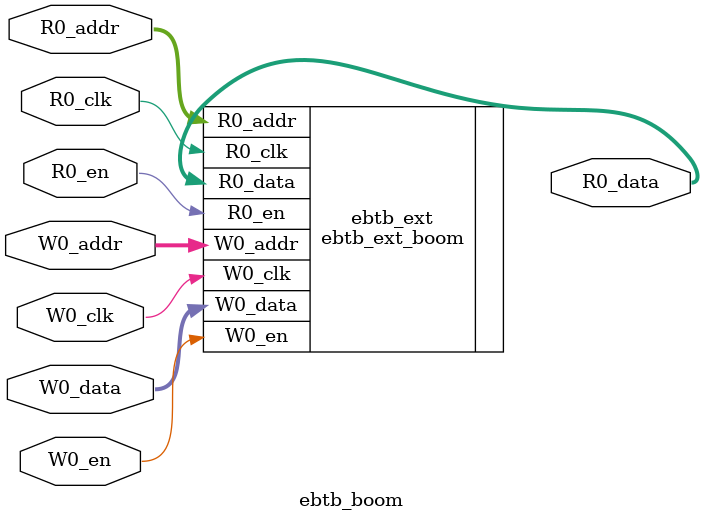
<source format=sv>
`ifndef RANDOMIZE
  `ifdef RANDOMIZE_REG_INIT
    `define RANDOMIZE
  `endif // RANDOMIZE_REG_INIT
`endif // not def RANDOMIZE
`ifndef RANDOMIZE
  `ifdef RANDOMIZE_MEM_INIT
    `define RANDOMIZE
  `endif // RANDOMIZE_MEM_INIT
`endif // not def RANDOMIZE

`ifndef RANDOM
  `define RANDOM $random
`endif // not def RANDOM

// Users can define 'PRINTF_COND' to add an extra gate to prints.
`ifndef PRINTF_COND_
  `ifdef PRINTF_COND
    `define PRINTF_COND_ (`PRINTF_COND)
  `else  // PRINTF_COND
    `define PRINTF_COND_ 1
  `endif // PRINTF_COND
`endif // not def PRINTF_COND_

// Users can define 'ASSERT_VERBOSE_COND' to add an extra gate to assert error printing.
`ifndef ASSERT_VERBOSE_COND_
  `ifdef ASSERT_VERBOSE_COND
    `define ASSERT_VERBOSE_COND_ (`ASSERT_VERBOSE_COND)
  `else  // ASSERT_VERBOSE_COND
    `define ASSERT_VERBOSE_COND_ 1
  `endif // ASSERT_VERBOSE_COND
`endif // not def ASSERT_VERBOSE_COND_

// Users can define 'STOP_COND' to add an extra gate to stop conditions.
`ifndef STOP_COND_
  `ifdef STOP_COND
    `define STOP_COND_ (`STOP_COND)
  `else  // STOP_COND
    `define STOP_COND_ 1
  `endif // STOP_COND
`endif // not def STOP_COND_

// Users can define INIT_RANDOM as general code that gets injected into the
// initializer block for modules with registers.
`ifndef INIT_RANDOM
  `define INIT_RANDOM
`endif // not def INIT_RANDOM

// If using random initialization, you can also define RANDOMIZE_DELAY to
// customize the delay used, otherwise 0.002 is used.
`ifndef RANDOMIZE_DELAY
  `define RANDOMIZE_DELAY 0.002
`endif // not def RANDOMIZE_DELAY

// Define INIT_RANDOM_PROLOG_ for use in our modules below.
`ifndef INIT_RANDOM_PROLOG_
  `ifdef RANDOMIZE
    `ifdef VERILATOR
      `define INIT_RANDOM_PROLOG_ `INIT_RANDOM
    `else  // VERILATOR
      `define INIT_RANDOM_PROLOG_ `INIT_RANDOM #`RANDOMIZE_DELAY begin end
    `endif // VERILATOR
  `else  // RANDOMIZE
    `define INIT_RANDOM_PROLOG_
  `endif // RANDOMIZE
`endif // not def INIT_RANDOM_PROLOG_

module ebtb_boom(	// @[btb.scala:67:29]
  input  [6:0]  R0_addr,
  input         R0_en,
                R0_clk,
  input  [6:0]  W0_addr,
  input         W0_en,
                W0_clk,
  input  [39:0] W0_data,
  output [39:0] R0_data
);

  ebtb_ext_boom ebtb_ext (	// @[btb.scala:67:29]
    .R0_addr (R0_addr),
    .R0_en   (R0_en),
    .R0_clk  (R0_clk),
    .W0_addr (W0_addr),
    .W0_en   (W0_en),
    .W0_clk  (W0_clk),
    .W0_data (W0_data),
    .R0_data (R0_data)
  );
endmodule


</source>
